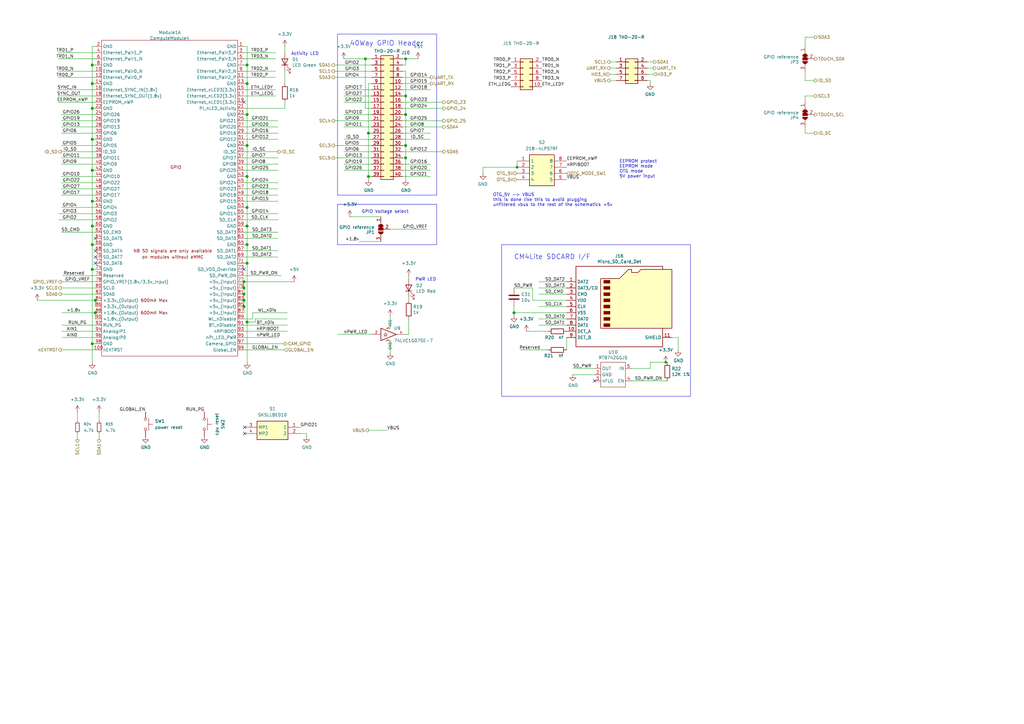
<source format=kicad_sch>
(kicad_sch (version 20250114) (generator "eeschema") (generator_version "9.0")
  (paper "A3")
  (title_block (title "Wall panel") (date "2026-01-09") (rev "1") (company "Grigorii Merkushev (aka brushknight)") (comment 1 "brushknight.com"))
  (text "PWR LED" (at 170.307 115.443 0) (effects (font (size 1.27 1.27)) (justify left bottom)))
  (text "EEPROM protect\nEEPROM mode\nOTG mode\n5V power input" (at 254 73.152 0) (effects (font (size 1.27 1.27)) (justify left bottom)))
  (text "40Way GPIO Header" (at 143.51 19.05 0) (effects (font (size 2.007 2.007)) (justify left bottom)))
  (text "CM4Lite SDCARD I/F" (at 210.82 106.68 0) (effects (font (size 2.007 2.007)) (justify left bottom)))
  (text "GPIO Voltage select\n" (at 167.64 87.63 0) (effects (font (size 1.27 1.27)) (justify right bottom)))
  (text "OTG_5V -> VBUS\nthis is done like this to avoid plugging\nunfiltered vbus to the rest of the schematics +5v" (at 202.184 84.836 0) (effects (font (size 1.27 1.27)) (justify left bottom)))
  (text "Activity LED" (at 119.38 22.86 0) (effects (font (size 1.27 1.27)) (justify left bottom)))
  (junction (at 37.846 92.71) (diameter 1.016))
  (junction (at 101.346 132.08) (diameter 1.016))
  (junction (at 166.37 39.37) (diameter 1.016))
  (junction (at 101.346 59.69) (diameter 1.016))
  (junction (at 151.13 54.61) (diameter 1.016))
  (junction (at 166.37 24.13) (diameter 1.016))
  (junction (at 101.346 46.99) (diameter 1.016))
  (junction (at 101.346 72.39) (diameter 1.016))
  (junction (at 101.346 26.67) (diameter 1.016))
  (junction (at 212.09 68.58))
  (junction (at 151.13 72.39) (diameter 1.016))
  (junction (at 100.076 125.73) (diameter 1.016))
  (junction (at 101.346 85.09) (diameter 1.016))
  (junction (at 166.37 64.77) (diameter 1.016))
  (junction (at 37.846 69.85) (diameter 1.016))
  (junction (at 37.846 26.67) (diameter 1.016))
  (junction (at 100.076 120.65) (diameter 1.016))
  (junction (at 37.846 100.33) (diameter 1.016))
  (junction (at 37.846 44.45) (diameter 1.016))
  (junction (at 39.116 123.19) (diameter 1.016))
  (junction (at 101.346 107.95) (diameter 1.016))
  (junction (at 101.346 34.29) (diameter 1.016))
  (junction (at 149.86 24.13) (diameter 1.016))
  (junction (at 166.37 46.99) (diameter 1.016))
  (junction (at 210.82 128.27) (diameter 1.016))
  (junction (at 101.346 92.71) (diameter 1.016))
  (junction (at 100.076 115.57) (diameter 1.016))
  (junction (at 100.076 123.19) (diameter 1.016))
  (junction (at 101.346 100.33) (diameter 1.016))
  (junction (at 37.846 82.55) (diameter 1.016))
  (junction (at 166.37 59.69) (diameter 1.016))
  (junction (at 39.116 128.27) (diameter 1.016))
  (junction (at 273.05 148.59))
  (junction (at 37.846 110.49) (diameter 1.016))
  (junction (at 37.846 34.29) (diameter 1.016))
  (junction (at 37.846 57.15) (diameter 1.016))
  (junction (at 37.846 140.97) (diameter 1.016))
  (junction (at 100.076 118.11) (diameter 1.016))
  (no_connect (at 100.33 177.8))
  (no_connect (at 243.84 156.21))
  (no_connect (at 100.076 110.49))
  (no_connect (at 39.116 97.79))
  (no_connect (at 100.076 41.91))
  (no_connect (at 100.33 175.26))
  (no_connect (at 39.116 107.95))
  (no_connect (at 39.116 105.41))
  (no_connect (at 39.116 102.87))
  (wire (pts (xy 273.05 148.59) (xy 266.7 148.59)))
  (wire (pts (xy 25.146 118.11) (xy 39.116 118.11)))
  (wire (pts (xy 23.876 36.83) (xy 39.116 36.83)))
  (wire (pts (xy 37.846 57.15) (xy 39.116 57.15)))
  (wire (pts (xy 166.37 64.77) (xy 166.37 73.66)))
  (wire (pts (xy 100.076 44.45) (xy 116.84 44.45)))
  (wire (pts (xy 140.97 39.37) (xy 152.4 39.37)))
  (wire (pts (xy 166.37 29.21) (xy 166.37 39.37)))
  (wire (pts (xy 101.346 132.08) (xy 101.346 148.59)))
  (wire (pts (xy 100.076 21.59) (xy 113.03 21.59)))
  (polyline (pts (xy 179.07 100.33) (xy 139.7 100.33)) (stroke (width 0) (type solid)))
  (wire (pts (xy 101.346 46.99) (xy 101.346 59.69)))
  (wire (pts (xy 37.846 44.45) (xy 37.846 57.15)))
  (wire (pts (xy 140.97 52.07) (xy 152.4 52.07)))
  (wire (pts (xy 100.076 85.09) (xy 101.346 85.09)))
  (wire (pts (xy 147.32 99.06) (xy 156.21 99.06)))
  (polyline (pts (xy 139.7 83.82) (xy 138.43 83.82)) (stroke (width 0) (type solid)))
  (wire (pts (xy 166.37 64.77) (xy 166.37 59.69)))
  (wire (pts (xy 265.43 30.48) (xy 267.97 30.48)))
  (wire (pts (xy 25.4 138.43) (xy 39.116 138.43)))
  (wire (pts (xy 137.16 49.53) (xy 152.4 49.53)))
  (wire (pts (xy 330.2 54.61) (xy 334.01 54.61)))
  (wire (pts (xy 100.076 80.01) (xy 114.046 80.01)))
  (wire (pts (xy 103.632 128.27) (xy 117.856 128.27)))
  (wire (pts (xy 100.076 34.29) (xy 101.346 34.29)))
  (wire (pts (xy 137.16 59.69) (xy 152.4 59.69)))
  (polyline (pts (xy 205.74 162.56) (xy 205.74 100.33)) (stroke (width 0) (type solid)))
  (wire (pts (xy 25.146 115.57) (xy 39.116 115.57)))
  (wire (pts (xy 100.076 52.07) (xy 114.046 52.07)))
  (wire (pts (xy 140.97 62.23) (xy 152.4 62.23)))
  (wire (pts (xy 265.43 33.02) (xy 266.7 33.02)))
  (wire (pts (xy 101.346 85.09) (xy 101.346 92.71)))
  (wire (pts (xy 166.37 46.99) (xy 165.1 46.99)))
  (wire (pts (xy 37.846 19.05) (xy 37.846 26.67)))
  (wire (pts (xy 100.076 36.83) (xy 113.03 36.83)))
  (wire (pts (xy 252.73 27.94) (xy 250.19 27.94)))
  (wire (pts (xy 25.146 59.69) (xy 39.116 59.69)))
  (wire (pts (xy 250.19 25.4) (xy 252.73 25.4)))
  (wire (pts (xy 166.37 39.37) (xy 165.1 39.37)))
  (wire (pts (xy 100.076 87.63) (xy 114.046 87.63)))
  (wire (pts (xy 100.076 133.35) (xy 117.856 133.35)))
  (wire (pts (xy 37.846 69.85) (xy 39.116 69.85)))
  (wire (pts (xy 100.076 19.05) (xy 101.346 19.05)))
  (wire (pts (xy 25.4 133.35) (xy 39.116 133.35)))
  (wire (pts (xy 100.076 67.31) (xy 114.046 67.31)))
  (wire (pts (xy 100.076 107.95) (xy 101.346 107.95)))
  (wire (pts (xy 23.876 39.37) (xy 39.116 39.37)))
  (wire (pts (xy 137.16 64.77) (xy 152.4 64.77)))
  (wire (pts (xy 100.076 140.97) (xy 116.586 140.97)))
  (polyline (pts (xy 179.07 13.97) (xy 138.43 13.97)) (stroke (width 0) (type solid)))
  (wire (pts (xy 100.076 46.99) (xy 101.346 46.99)))
  (wire (pts (xy 100.076 138.43) (xy 114.046 138.43)))
  (wire (pts (xy 101.346 132.08) (xy 104.7242 132.08)))
  (wire (pts (xy 100.076 26.67) (xy 101.346 26.67)))
  (wire (pts (xy 165.1 24.13) (xy 166.37 24.13)))
  (wire (pts (xy 266.7 148.59) (xy 266.7 151.13)))
  (wire (pts (xy 100.076 24.13) (xy 113.03 24.13)))
  (wire (pts (xy 39.116 19.05) (xy 37.846 19.05)))
  (wire (pts (xy 25.4 128.27) (xy 39.116 128.27)))
  (wire (pts (xy 100.076 120.65) (xy 100.076 123.19)))
  (wire (pts (xy 243.84 151.13) (xy 234.95 151.13)))
  (wire (pts (xy 100.076 82.55) (xy 114.046 82.55)))
  (wire (pts (xy 39.116 128.27) (xy 39.37 128.27)))
  (wire (pts (xy 39.116 140.97) (xy 37.846 140.97)))
  (wire (pts (xy 218.44 123.19) (xy 218.44 118.11)))
  (wire (pts (xy 25.146 46.99) (xy 39.116 46.99)))
  (wire (pts (xy 25.146 120.65) (xy 39.116 120.65)))
  (wire (pts (xy 165.1 36.83) (xy 176.53 36.83)))
  (wire (pts (xy 232.41 138.43) (xy 232.41 143.51)))
  (wire (pts (xy 100.076 115.57) (xy 120.65 115.57)))
  (wire (pts (xy 101.346 92.71) (xy 101.346 100.33)))
  (wire (pts (xy 37.846 82.55) (xy 39.116 82.55)))
  (wire (pts (xy 330.2 29.21) (xy 330.2 33.02)))
  (wire (pts (xy 165.1 29.21) (xy 166.37 29.21)))
  (wire (pts (xy 100.076 62.23) (xy 114.046 62.23)))
  (wire (pts (xy 101.346 72.39) (xy 101.346 85.09)))
  (wire (pts (xy 25.146 54.61) (xy 39.116 54.61)))
  (wire (pts (xy 100.076 69.85) (xy 114.046 69.85)))
  (wire (pts (xy 151.13 34.29) (xy 151.13 54.61)))
  (polyline (pts (xy 179.07 13.97) (xy 179.07 80.01)) (stroke (width 0) (type solid)))
  (wire (pts (xy 167.64 114.3) (xy 167.64 113.03)))
  (wire (pts (xy 37.846 92.71) (xy 39.116 92.71)))
  (wire (pts (xy 151.13 54.61) (xy 152.4 54.61)))
  (wire (pts (xy 100.076 77.47) (xy 114.046 77.47)))
  (polyline (pts (xy 138.43 100.33) (xy 138.43 83.82)) (stroke (width 0) (type solid)))
  (wire (pts (xy 37.846 110.49) (xy 37.846 140.97)))
  (wire (pts (xy 265.43 27.94) (xy 267.97 27.94)))
  (wire (pts (xy 149.86 24.13) (xy 149.86 44.45)))
  (polyline (pts (xy 179.07 83.82) (xy 179.07 100.33)) (stroke (width 0) (type solid)))
  (wire (pts (xy 165.1 31.75) (xy 176.53 31.75)))
  (wire (pts (xy 100.076 125.73) (xy 100.076 128.27)))
  (wire (pts (xy 140.97 67.31) (xy 152.4 67.31)))
  (wire (pts (xy 25.146 62.23) (xy 39.116 62.23)))
  (wire (pts (xy 165.1 67.31) (xy 176.53 67.31)))
  (wire (pts (xy 330.2 33.02) (xy 334.01 33.02)))
  (wire (pts (xy 114.046 90.17) (xy 100.076 90.17)))
  (wire (pts (xy 165.1 69.85) (xy 176.53 69.85)))
  (wire (pts (xy 100.076 59.69) (xy 101.346 59.69)))
  (wire (pts (xy 25.146 52.07) (xy 39.116 52.07)))
  (wire (pts (xy 100.076 118.11) (xy 100.076 120.65)))
  (wire (pts (xy 25.146 95.25) (xy 39.116 95.25)))
  (wire (pts (xy 165.1 54.61) (xy 176.53 54.61)))
  (wire (pts (xy 25.4 135.89) (xy 39.116 135.89)))
  (wire (pts (xy 160.02 139.7) (xy 160.02 144.78)))
  (wire (pts (xy 167.64 130.81) (xy 167.64 137.16)))
  (wire (pts (xy 160.02 93.98) (xy 175.26 93.98)))
  (wire (pts (xy 259.08 156.21) (xy 273.685 156.21)))
  (wire (pts (xy 100.076 29.21) (xy 113.03 29.21)))
  (wire (pts (xy 232.41 133.35) (xy 220.98 133.35)))
  (wire (pts (xy 215.9 135.89) (xy 224.79 135.89)))
  (wire (pts (xy 100.076 123.19) (xy 100.076 125.73)))
  (wire (pts (xy 137.16 26.67) (xy 152.4 26.67)))
  (wire (pts (xy 23.876 41.91) (xy 39.116 41.91)))
  (wire (pts (xy 125.73 177.8) (xy 125.73 179.07)))
  (wire (pts (xy 330.2 39.37) (xy 334.01 39.37)))
  (wire (pts (xy 23.876 21.59) (xy 39.116 21.59)))
  (wire (pts (xy 140.97 36.83) (xy 152.4 36.83)))
  (wire (pts (xy 165.1 49.53) (xy 181.61 49.53)))
  (wire (pts (xy 100.076 31.75) (xy 113.03 31.75)))
  (wire (pts (xy 167.64 121.92) (xy 167.64 123.19)))
  (wire (pts (xy 165.1 57.15) (xy 176.53 57.15)))
  (wire (pts (xy 151.13 54.61) (xy 151.13 72.39)))
  (wire (pts (xy 25.146 85.09) (xy 39.116 85.09)))
  (wire (pts (xy 25.146 49.53) (xy 39.116 49.53)))
  (wire (pts (xy 243.84 153.67) (xy 234.95 153.67)))
  (wire (pts (xy 220.98 115.57) (xy 232.41 115.57)))
  (wire (pts (xy 100.076 39.37) (xy 113.03 39.37)))
  (wire (pts (xy 143.51 88.9) (xy 156.21 88.9)))
  (wire (pts (xy 37.846 100.33) (xy 39.116 100.33)))
  (wire (pts (xy 167.64 137.16) (xy 166.37 137.16)))
  (polyline (pts (xy 283.21 100.33) (xy 283.21 162.56)) (stroke (width 0) (type solid)))
  (wire (pts (xy 330.2 19.05) (xy 330.2 15.24)))
  (wire (pts (xy 166.37 39.37) (xy 166.37 46.99)))
  (wire (pts (xy 25.146 143.51) (xy 39.116 143.51)))
  (wire (pts (xy 330.2 15.24) (xy 334.01 15.24)))
  (wire (pts (xy 165.1 34.29) (xy 176.53 34.29)))
  (wire (pts (xy 100.076 113.03) (xy 115.316 113.03)))
  (wire (pts (xy 278.13 138.43) (xy 278.13 143.51)))
  (wire (pts (xy 140.97 69.85) (xy 152.4 69.85)))
  (wire (pts (xy 165.1 52.07) (xy 181.61 52.07)))
  (wire (pts (xy 100.076 64.77) (xy 114.046 64.77)))
  (wire (pts (xy 100.076 49.53) (xy 114.046 49.53)))
  (wire (pts (xy 140.97 57.15) (xy 152.4 57.15)))
  (wire (pts (xy 213.36 143.51) (xy 224.79 143.51)))
  (wire (pts (xy 101.346 26.67) (xy 101.346 34.29)))
  (wire (pts (xy 116.84 19.05) (xy 116.84 21.59)))
  (wire (pts (xy 25.146 67.31) (xy 39.116 67.31)))
  (wire (pts (xy 39.116 125.73) (xy 39.116 123.19)))
  (wire (pts (xy 198.12 68.58) (xy 212.09 68.58)))
  (wire (pts (xy 160.02 134.62) (xy 160.02 129.54)))
  (polyline (pts (xy 139.7 83.82) (xy 179.07 83.82)) (stroke (width 0) (type solid)))
  (wire (pts (xy 31.75 168.91) (xy 31.75 172.72)))
  (wire (pts (xy 116.84 29.21) (xy 116.84 34.29)))
  (wire (pts (xy 25.146 64.77) (xy 39.116 64.77)))
  (wire (pts (xy 25.146 80.01) (xy 39.116 80.01)))
  (wire (pts (xy 266.7 33.02) (xy 266.7 34.29)))
  (wire (pts (xy 330.2 52.07) (xy 330.2 54.61)))
  (wire (pts (xy 100.076 74.93) (xy 114.046 74.93)))
  (wire (pts (xy 273.685 148.59) (xy 273.05 148.59)))
  (wire (pts (xy 39.116 130.81) (xy 39.116 128.27)))
  (wire (pts (xy 101.346 59.69) (xy 101.346 72.39)))
  (wire (pts (xy 166.37 59.69) (xy 166.37 46.99)))
  (polyline (pts (xy 283.21 162.56) (xy 205.74 162.56)) (stroke (width 0) (type solid)))
  (wire (pts (xy 40.64 168.91) (xy 40.64 172.72)))
  (wire (pts (xy 210.82 125.73) (xy 210.82 128.27)))
  (wire (pts (xy 100.076 100.33) (xy 101.346 100.33)))
  (wire (pts (xy 100.076 143.51) (xy 116.586 143.51)))
  (wire (pts (xy 37.846 110.49) (xy 39.116 110.49)))
  (wire (pts (xy 220.98 130.81) (xy 232.41 130.81)))
  (wire (pts (xy 210.82 118.11) (xy 218.44 118.11)))
  (wire (pts (xy 166.37 24.13) (xy 171.45 24.13)))
  (wire (pts (xy 151.13 72.39) (xy 152.4 72.39)))
  (wire (pts (xy 37.846 44.45) (xy 39.116 44.45)))
  (wire (pts (xy 100.076 115.57) (xy 100.076 118.11)))
  (wire (pts (xy 166.37 26.67) (xy 166.37 24.13)))
  (wire (pts (xy 104.7242 132.08) (xy 104.7242 130.81)))
  (wire (pts (xy 39.116 34.29) (xy 37.846 34.29)))
  (wire (pts (xy 101.346 34.29) (xy 101.346 46.99)))
  (wire (pts (xy 149.86 44.45) (xy 152.4 44.45)))
  (wire (pts (xy 23.876 29.21) (xy 39.116 29.21)))
  (wire (pts (xy 137.16 29.21) (xy 152.4 29.21)))
  (wire (pts (xy 100.076 130.81) (xy 103.632 130.81)))
  (wire (pts (xy 37.846 34.29) (xy 37.846 44.45)))
  (wire (pts (xy 232.41 123.19) (xy 218.44 123.19)))
  (polyline (pts (xy 138.43 100.33) (xy 139.7 100.33)) (stroke (width 0) (type solid)))
  (wire (pts (xy 25.146 74.93) (xy 39.116 74.93)))
  (wire (pts (xy 114.046 102.87) (xy 100.076 102.87)))
  (wire (pts (xy 152.4 34.29) (xy 151.13 34.29)))
  (wire (pts (xy 259.08 151.13) (xy 266.7 151.13)))
  (wire (pts (xy 25.146 77.47) (xy 39.116 77.47)))
  (wire (pts (xy 100.076 57.15) (xy 114.046 57.15)))
  (wire (pts (xy 24.13 90.17) (xy 39.116 90.17)))
  (wire (pts (xy 250.19 33.02) (xy 252.73 33.02)))
  (wire (pts (xy 100.076 92.71) (xy 101.346 92.71)))
  (wire (pts (xy 39.116 26.67) (xy 37.846 26.67)))
  (wire (pts (xy 24.13 87.63) (xy 39.116 87.63)))
  (wire (pts (xy 37.846 82.55) (xy 37.846 92.71)))
  (wire (pts (xy 25.6032 113.03) (xy 39.116 113.03)))
  (wire (pts (xy 151.13 176.53) (xy 158.75 176.53)))
  (wire (pts (xy 165.1 64.77) (xy 166.37 64.77)))
  (polyline (pts (xy 205.74 100.33) (xy 283.21 100.33)) (stroke (width 0) (type solid)))
  (wire (pts (xy 37.846 92.71) (xy 37.846 100.33)))
  (polyline (pts (xy 138.43 80.01) (xy 179.07 80.01)) (stroke (width 0) (type solid)))
  (wire (pts (xy 37.846 100.33) (xy 37.846 110.49)))
  (wire (pts (xy 101.346 19.05) (xy 101.346 26.67)))
  (wire (pts (xy 37.846 140.97) (xy 37.846 148.59)))
  (wire (pts (xy 140.97 46.99) (xy 152.4 46.99)))
  (wire (pts (xy 140.97 41.91) (xy 152.4 41.91)))
  (wire (pts (xy 232.41 118.11) (xy 220.98 118.11)))
  (wire (pts (xy 140.97 24.13) (xy 149.86 24.13)))
  (wire (pts (xy 138.43 137.16) (xy 152.4 137.16)))
  (wire (pts (xy 232.41 125.73) (xy 220.98 125.73)))
  (wire (pts (xy 103.632 130.81) (xy 103.632 128.27)))
  (wire (pts (xy 165.1 62.23) (xy 181.61 62.23)))
  (wire (pts (xy 123.19 177.8) (xy 125.73 177.8)))
  (wire (pts (xy 37.846 57.15) (xy 37.846 69.85)))
  (wire (pts (xy 198.12 71.12) (xy 198.12 68.58)))
  (wire (pts (xy 275.59 138.43) (xy 278.13 138.43)))
  (wire (pts (xy 165.1 59.69) (xy 166.37 59.69)))
  (wire (pts (xy 100.076 97.79) (xy 114.046 97.79)))
  (wire (pts (xy 101.346 100.33) (xy 101.346 107.95)))
  (wire (pts (xy 40.64 177.8) (xy 40.64 180.34)))
  (wire (pts (xy 100.076 105.41) (xy 114.046 105.41)))
  (wire (pts (xy 330.2 41.91) (xy 330.2 39.37)))
  (wire (pts (xy 212.09 66.04) (xy 212.09 68.58)))
  (wire (pts (xy 165.1 41.91) (xy 181.61 41.91)))
  (wire (pts (xy 210.82 128.27) (xy 210.82 129.54)))
  (wire (pts (xy 23.876 24.13) (xy 39.116 24.13)))
  (wire (pts (xy 114.046 95.25) (xy 100.076 95.25)))
  (wire (pts (xy 165.1 26.67) (xy 166.37 26.67)))
  (wire (pts (xy 31.75 177.8) (xy 31.75 180.34)))
  (wire (pts (xy 15.24 123.19) (xy 39.116 123.19)))
  (wire (pts (xy 100.076 135.89) (xy 117.856 135.89)))
  (wire (pts (xy 151.13 72.39) (xy 151.13 73.66)))
  (wire (pts (xy 100.076 54.61) (xy 114.046 54.61)))
  (wire (pts (xy 220.98 120.65) (xy 232.41 120.65)))
  (wire (pts (xy 25.146 72.39) (xy 39.116 72.39)))
  (wire (pts (xy 210.82 128.27) (xy 232.41 128.27)))
  (wire (pts (xy 116.84 44.45) (xy 116.84 41.91)))
  (wire (pts (xy 137.16 31.75) (xy 152.4 31.75)))
  (wire (pts (xy 165.1 44.45) (xy 181.61 44.45)))
  (polyline (pts (xy 138.43 13.97) (xy 138.43 80.01)) (stroke (width 0) (type solid)))
  (wire (pts (xy 101.346 107.95) (xy 101.346 132.08)))
  (wire (pts (xy 250.19 30.48) (xy 252.73 30.48)))
  (wire (pts (xy 104.7242 130.81) (xy 117.856 130.81)))
  (wire (pts (xy 23.876 31.75) (xy 39.116 31.75)))
  (wire (pts (xy 152.4 24.13) (xy 149.86 24.13)))
  (wire (pts (xy 37.846 69.85) (xy 37.846 82.55)))
  (wire (pts (xy 100.076 72.39) (xy 101.346 72.39)))
  (wire (pts (xy 165.1 72.39) (xy 176.53 72.39)))
  (wire (pts (xy 265.43 25.4) (xy 267.97 25.4)))
  (wire (pts (xy 37.846 26.67) (xy 37.846 34.29)))
  (label "GPIO12" (at 110.236 57.15 180))
  (label "GPIO15" (at 175.26 34.29 180))
  (label "ID_SD" (at 147.32 57.15 180))
  (label "ETH_LEDG" (at 209.55 35.56 180))
  (label "GPIO23" (at 110.236 77.47 180))
  (label "SD_PWR_ON" (at 102.616 113.03 0))
  (label "ID_SC" (at 108.966 62.23 180))
  (label "GPIO14" (at 110.236 87.63 180))
  (label "TRD1_P" (at 30.226 21.59 180))
  (label "Reserved" (at 34.671 113.03 180))
  (label "SD_DAT3" (at 223.52 118.11 0))
  (label "SD_DAT3" (at 111.506 95.25 180))
  (label "GPIO12" (at 175.26 62.23 180))
  (label "SD_DAT0" (at 223.52 130.81 0))
  (label "SD_PWR" (at 234.95 151.13 0))
  (label "GPIO11" (at 148.59 52.07 180))
  (label "GPIO18" (at 175.26 36.83 180))
  (label "nPWR_LED" (at 105.156 138.43 0))
  (label "GPIO3" (at 147.32 29.21 180))
  (label "SD_PWR" (at 210.82 118.11 0))
  (label "GPIO21" (at 123.19 175.26 0))
  (label "SD_DAT0" (at 111.506 97.79 180))
  (label "GPIO14" (at 175.26 31.75 180))
  (label "GPIO7" (at 173.99 54.61 180))
  (label "GPIO20" (at 110.236 52.07 180))
  (label "SD_DAT1" (at 223.52 133.35 0))
  (label "nRPIBOOT" (at 232.41 68.58 0))
  (label "GPIO26" (at 148.59 69.85 180))
  (label "BT_nDis" (at 112.6236 133.35 180))
  (label "TRD2_P" (at 209.55 30.48 180))
  (label "SD_DAT2" (at 111.506 105.41 180))
  (label "EEPROM_nWP" (at 36.068 41.91 180))
  (label "GPIO8" (at 108.966 67.31 180))
  (label "GPIO26" (at 32.766 46.99 180))
  (label "GPIO5" (at 147.32 59.69 180))
  (label "SYNC_IN" (at 31.496 36.83 180))
  (label "GPIO2" (at 147.32 26.67 180))
  (label "SD_PWR_ON" (at 260.35 156.21 0))
  (label "GPIO18" (at 110.236 80.01 180))
  (label "GPIO15" (at 110.236 82.55 180))
  (label "TRD2_P" (at 102.87 31.75 0))
  (label "EEPROM_nWP" (at 232.41 66.04 0))
  (label "GPIO25" (at 110.236 69.85 180))
  (label "nRPIBOOT" (at 114.5032 135.89 180))
  (label "GPIO_VREF" (at 26.67 115.57 0))
  (label "GPIO6" (at 147.32 62.23 180))
  (label "GPIO13" (at 148.59 64.77 180))
  (label "TRD1_N" (at 222.25 27.94 0))
  (label "GPIO6" (at 31.496 54.61 180))
  (label "TRD3_N" (at 102.87 24.13 0))
  (label "GPIO17" (at 148.59 36.83 180))
  (label "GPIO9" (at 147.32 49.53 180))
  (label "GPIO25" (at 175.26 49.53 180))
  (label "TRD0_P" (at 209.55 25.4 180))
  (label "GPIO21" (at 175.26 72.39 180))
  (label "GPIO13" (at 32.766 52.07 180))
  (label "GPIO_VREF" (at 165.1 93.98 0))
  (label "GPIO19" (at 148.59 67.31 180))
  (label "GPIO16" (at 110.236 54.61 180))
  (label "AIN1" (at 31.75 135.89 180))
  (label "TRD0_N" (at 30.226 29.21 180))
  (label "SD_CMD" (at 32.766 95.25 180))
  (label "RUN_PG" (at 83.82 168.91 180))
  (label "TRD3_N" (at 222.25 33.02 0))
  (label "GPIO22" (at 32.766 74.93 180))
  (label "SD_CLK" (at 223.52 125.73 0))
  (label "GPIO19" (at 32.766 49.53 180))
  (label "GPIO4" (at 31.496 85.09 180))
  (label "nPWR_LED" (at 140.97 137.16 0))
  (label "GPIO5" (at 31.496 59.69 180))
  (label "VBUS" (at 158.75 176.53 0))
  (label "GPIO10" (at 148.59 46.99 180))
  (label "SYNC_OUT" (at 33.02 39.37 180))
  (label "TRD2_N" (at 222.25 30.48 0))
  (label "GLOBAL_EN" (at 114.046 143.51 180))
  (label "GPIO27" (at 32.766 77.47 180))
  (label "GPIO27" (at 148.59 39.37 180))
  (label "GPIO11" (at 32.766 64.77 180))
  (label "+1.8v" (at 33.02 128.27 180))
  (label "RUN_PG" (at 35.56 133.35 180))
  (label "GLOBAL_EN" (at 59.69 168.91 180))
  (label "TRD3_P" (at 102.87 21.59 0))
  (label "GPIO20" (at 175.26 69.85 180))
  (label "GPIO7" (at 108.966 64.77 180))
  (label "SD_DAT1" (at 111.506 102.87 180))
  (label "ID_SC" (at 173.99 57.15 180))
  (label "TRD1_N" (at 30.226 24.13 180))
  (label "GPIO22" (at 148.59 41.91 180))
  (label "ETH_LEDG" (at 102.87 39.37 0))
  (label "GPIO8" (at 173.99 52.07 180))
  (label "ETH_LEDY" (at 102.87 36.83 0))
  (label "TRD3_P" (at 209.55 33.02 180))
  (label "TRD0_N" (at 222.25 25.4 0))
  (label "GPIO3" (at 31.496 87.63 180))
  (label "GPIO17" (at 32.766 80.01 180))
  (label "GPIO2" (at 31.496 90.17 180))
  (label "WL_nDis" (at 113.411 128.27 180))
  (label "ID_SD" (at 31.496 62.23 180))
  (label "TRD2_N" (at 102.87 29.21 0))
  (label "GPIO9" (at 31.496 67.31 180))
  (label "GPIO23" (at 175.26 41.91 180))
  (label "SD_CLK" (at 110.236 90.17 180))
  (label "GPIO24" (at 110.236 74.93 180))
  (label "+1.8v" (at 147.32 99.06 180))
  (label "SD_CMD" (at 223.52 120.65 0))
  (label "GPIO4" (at 147.32 31.75 180))
  (label "GPIO16" (at 175.26 67.31 180))
  (label "GPIO10" (at 32.766 72.39 180))
  (label "VBUS" (at 232.41 73.66 0))
  (label "GPIO21" (at 110.236 49.53 180))
  (label "TRD0_P" (at 30.226 31.75 180))
  (label "TRD1_P" (at 209.55 27.94 180))
  (label "GPIO24" (at 175.26 44.45 180))
  (label "AIN0" (at 31.75 138.43 180))
  (label "SD_DAT2" (at 223.52 115.57 0))
  (label "Reserved" (at 221.615 143.51 180))
  (label "ETH_LEDY" (at 222.25 35.56 0))
  (hierarchical_label "GLOBAL_EN" (shape input) (at 116.586 143.51 0))
  (hierarchical_label "UART_TX" (shape output) (at 267.97 27.94 0))
  (hierarchical_label "ID_SC" (shape output) (at 114.046 62.23 0))
  (hierarchical_label "SCL3" (shape output) (at 334.01 39.37 0))
  (hierarchical_label "HD3_N" (shape input) (at 250.19 30.48 180))
  (hierarchical_label "GPIO_23" (shape output) (at 181.61 41.91 0))
  (hierarchical_label "OTG_5V" (shape input) (at 212.09 71.12 180))
  (hierarchical_label "SCL4" (shape output) (at 137.16 49.53 180))
  (hierarchical_label "VBUS" (shape output) (at 250.19 33.02 180))
  (hierarchical_label "SDA3" (shape output) (at 334.01 15.24 0))
  (hierarchical_label "VBUS" (shape output) (at 151.13 176.53 180))
  (hierarchical_label "SDA1" (shape output) (at 137.16 26.67 180))
  (hierarchical_label "TOUCH_SDA" (shape output) (at 334.01 24.13 0))
  (hierarchical_label "SCL1" (shape output) (at 250.19 25.4 180))
  (hierarchical_label "SCL3" (shape output) (at 137.16 59.69 180))
  (hierarchical_label "SDA4" (shape output) (at 181.61 52.07 0))
  (hierarchical_label "HD3_P" (shape input) (at 267.97 30.48 0))
  (hierarchical_label "TOUCH_SCL" (shape output) (at 334.01 46.99 0))
  (hierarchical_label "ID_SD" (shape output) (at 334.01 33.02 0))
  (hierarchical_label "SDA5" (shape output) (at 181.61 62.23 0))
  (hierarchical_label "SCL5" (shape output) (at 137.16 64.77 180))
  (hierarchical_label "GPIO_25" (shape output) (at 181.61 49.53 0))
  (hierarchical_label "SCL1" (shape output) (at 31.75 180.34 270))
  (hierarchical_label "GPIO_24" (shape output) (at 181.61 44.45 0))
  (hierarchical_label "UART_RX" (shape output) (at 250.19 27.94 180))
  (hierarchical_label "SDA3" (shape output) (at 137.16 31.75 180))
  (hierarchical_label "SDA1" (shape output) (at 267.97 25.4 0))
  (hierarchical_label "OTG_MODE_SW1" (shape input) (at 232.41 71.12 0))
  (hierarchical_label "SCL0" (shape output) (at 25.146 118.11 180))
  (hierarchical_label "OTG_5V" (shape input) (at 212.09 73.66 180))
  (hierarchical_label "ID_SD" (shape output) (at 25.146 62.23 180))
  (hierarchical_label "SCL1" (shape output) (at 137.16 29.21 180))
  (hierarchical_label "GPIO_VREF" (shape output) (at 25.146 115.57 180))
  (hierarchical_label "SDA0" (shape output) (at 25.146 120.65 180))
  (hierarchical_label "UART_RX" (shape output) (at 176.53 34.29 0))
  (hierarchical_label "SDA1" (shape output) (at 40.64 180.34 270))
  (hierarchical_label "UART_TX" (shape output) (at 176.53 31.75 0))
  (hierarchical_label "CAM_GPIO" (shape output) (at 116.586 140.97 0))
  (hierarchical_label "nEXTRST" (shape output) (at 25.146 143.51 180))
  (hierarchical_label "ID_SC" (shape output) (at 334.01 54.61 0))
  (symbol (lib_id "CM4IO:74LVC1G07_copy") (at 160.02 137.16 0) (unit 1)
    (property "Reference" "U9" (at 161.544 134.62 0) (effects (justify left)))
    (property "Value" "74LVC1G07SE-7" (at 161.544 139.7 0) (effects (justify left)))
    (property "Footprint" "Package_TO_SOT_SMD:SOT-353_SC-70-5" (effects (hide yes)))
    (property "Datasheet" "https://www.diodes.com/assets/Datasheets/74LVC1G07.pdf" (effects (hide yes)))
    (property "Field4" "Farnell" (effects (hide yes)))
    (property "Field5" "2425492" (effects (hide yes)))
    (property "Field6" "74LVC1G07SE-7" (effects (hide yes)))
    (property "Field7" "Diodes" (effects (hide yes)))
    (property "Part Description" "Buffer, Non-Inverting 1 Element 1 Bit per Element Open Drain Output SOT-353" (effects (hide yes)))
    (property "LCSC" "C67531" (effects (hide yes)))
    (property "FT Rotation Offset" "90" (effects (hide yes)))
  )
  (symbol (lib_id "CM4IO:RT9742GGJ5") (at 252.73 161.29 0) (unit 1)
    (property "Reference" "U10" (at 251.46 144.399 0))
    (property "Value" "RT9742GGJ5" (at 251.46 146.7104 0))
    (property "Footprint" "Package_TO_SOT_SMD:SOT-23-5" (effects (hide yes)))
    (property "Datasheet" "https://jlcpcb.com/api/file/downloadByFileSystemAccessId/8588885201744879616" (effects (hide yes)))
    (property "Part Description" "  TSOP-5-1.5mm Power Distribution Switches ROHS" (effects (hide yes)))
    (property "LCSC" "C250547" (effects (hide yes)))
    (property "FT Rotation Offset" "0" (effects (hide yes)))
  )
  (symbol (lib_id "power:GND") (at 234.95 153.67 0) (unit 1)
    (property "Reference" "#PWR053" (effects (hide yes)))
    (property "Value" "GND" (at 235.077 158.0642 0))
  )
  (symbol (lib_id "CM4IO:ComputeModule4-CM4") (at 72.136 74.93 0) (unit 1)
    (property "Reference" "Module1" (at 69.596 13.335 0))
    (property "Value" "ComputeModule4" (at 69.596 15.6464 0))
    (property "Footprint" "CM4IO:Raspberry-Pi-4-Compute-Module" (effects (hide yes)))
    (property "Field4" "Hirose" (effects (hide yes)))
    (property "Field5" "2off DF40C-100DS-0.4V" (effects (hide yes)))
    (property "Field6" "2off DF40C-100DS-0.4V" (effects (hide yes)))
    (property "Field7" "Hirose" (effects (hide yes)))
    (property "Part Description" "	100 Position Connector Receptacle, Center Strip Contacts Surface Mount Gold" (effects (hide yes)))
    (property "LCSC" "C424649" (effects (hide yes)))
    (property "FT Rotation Offset" "90" (effects (hide yes)))
    (property "FT Position Offset" "-0.4445,21.5" (effects (hide yes)))
  )
  (symbol (lib_id "Connector_Generic:Conn_02x20_Odd_Even") (at 157.48 46.99 0) (unit 1)
    (property "Reference" "J10" (at 166.37 21.59 0))
    (property "Value" "THD-20-R" (at 158.75 20.9296 0))
    (property "Footprint" "PM254-2-20-WS-8.5:PM254-2-20-WS-8.5" (effects (hide yes)))
    (property "Datasheet" "https://www.toby.co.uk/uploads/publications/1673.pdf" (effects (hide yes)))
    (property "Field4" "Toby" (effects (hide yes)))
    (property "Field5" "THD-20-R" (effects (hide yes)))
    (property "Field6" "THD-20-R" (effects (hide yes)))
    (property "Field7" "Toby" (effects (hide yes)))
    (property "Field8" "UCON00511" (effects (hide yes)))
    (property "Part Description" "PinHeader_2x20_P2.54mm_Vertical" (effects (hide yes)))
    (property "FT Rotation Offset" "180" (effects (hide yes)))
    (property "LCSC" "C5345531" (effects (hide yes)))
  )
  (symbol (lib_id "Device:C") (at 210.82 121.92 0) (unit 1)
    (property "Reference" "C31" (at 213.741 120.7516 0) (effects (justify left)))
    (property "Value" "10u" (at 213.741 123.063 0) (effects (justify left)))
    (property "Footprint" "Capacitor_SMD:C_0805_2012Metric" (effects (hide yes)))
    (property "Datasheet" "https://search.murata.co.jp/Ceramy/image/img/A01X/G101/ENG/GRM21BR71A106KA73-01.pdf" (effects (hide yes)))
    (property "Field5" "490-14381-1-ND" (effects (hide yes)))
    (property "Field4" "Digikey" (effects (hide yes)))
    (property "Field6" "GRM21BR71A106KA73L" (effects (hide yes)))
    (property "Field7" "Murata" (effects (hide yes)))
    (property "Part Description" "	10uF 10% 10V Ceramic Capacitor X7R 0805 (2012 Metric)" (effects (hide yes)))
    (property "Field8" "111893011" (effects (hide yes)))
    (property "LCSC" "C15850" (effects (hide yes)))
  )
  (symbol (lib_id "power:GND") (at 166.37 73.66 0) (unit 1)
    (property "Reference" "#PWR050" (effects (hide yes)))
    (property "Value" "GND" (at 166.497 78.0542 0))
  )
  (symbol (lib_id "power:GND") (at 151.13 73.66 0) (unit 1)
    (property "Reference" "#PWR048" (effects (hide yes)))
    (property "Value" "GND" (at 151.257 78.0542 0))
  )
  (symbol (lib_id "power:GND") (at 37.846 148.59 0) (unit 1)
    (property "Reference" "#PWR046" (effects (hide yes)))
    (property "Value" "GND" (at 37.973 152.9842 0))
  )
  (symbol (lib_id "power:GND") (at 101.346 148.59 0) (unit 1)
    (property "Reference" "#PWR047" (effects (hide yes)))
    (property "Value" "GND" (at 101.473 152.9842 0))
  )
  (symbol (lib_id "Device:LED") (at 116.84 25.4 90) (unit 1)
    (property "Reference" "D1" (at 119.8118 24.4094 90) (effects (justify right)))
    (property "Value" "LED Green" (at 119.8118 26.7208 90) (effects (justify right)))
    (property "Footprint" "LED_SMD:LED_0603_1608Metric" (effects (hide yes)))
    (property "Datasheet" "http://optoelectronics.liteon.com/upload/download/DS22-2000-226/LTST-S270KGKT.pdf" (effects (hide yes)))
    (property "Field4" "Digikey " (effects (hide yes)))
    (property "Field5" "LTST-S270KGKT" (effects (hide yes)))
    (property "Field6" "SML-A12M8TT86N" (effects (hide yes)))
    (property "Field7" "Rohm" (effects (hide yes)))
    (property "Field8" "650263301" (effects (hide yes)))
    (property "Part Description" "	Green 572nm LED Indication - Discrete 2.2V 2-SMD, No Lead" (effects (hide yes)))
    (property "LCSC" "C19171301" (effects (hide yes)))
    (property "FT Rotation Offset" "180" (effects (hide yes)))
  )
  (symbol (lib_id "Device:R") (at 116.84 38.1 0) (unit 1)
    (property "Reference" "R16" (at 118.618 36.9316 0) (effects (justify left)))
    (property "Value" "1k" (at 118.618 39.243 0) (effects (justify left)))
    (property "Footprint" "Resistor_SMD:R_0402_1005Metric" (effects (hide yes)))
    (property "Datasheet" "https://fscdn.rohm.com/en/products/databook/datasheet/passive/resistor/chip_resistor/mcr-e.pdf" (effects (hide yes)))
    (property "Field4" "Farnell" (effects (hide yes)))
    (property "Field5" "9239235" (effects (hide yes)))
    (property "Field7" "KOA EUROPE GMBH" (effects (hide yes)))
    (property "Field6" "RK73H1ETTP1001F" (effects (hide yes)))
    (property "Part Description" "Resistor 1K M1005 1% 63mW" (effects (hide yes)))
    (property "Field8" "125049511" (effects (hide yes)))
    (property "LCSC" "C106235" (effects (hide yes)))
  )
  (symbol (lib_id "power:GND") (at 160.02 144.78 0) (unit 1)
    (property "Reference" "#PWR051" (effects (hide yes)))
    (property "Value" "GND" (at 160.147 149.1742 0))
  )
  (symbol (lib_id "Device:LED") (at 167.64 118.11 90) (unit 1)
    (property "Reference" "D2" (at 170.6118 117.1194 90) (effects (justify right)))
    (property "Value" "LED Red" (at 170.6118 119.4308 90) (effects (justify right)))
    (property "Footprint" "LED_SMD:LED_0603_1608Metric" (effects (hide yes)))
    (property "Datasheet" "http://optoelectronics.liteon.com/upload/download/DS22-2000-210/LTST-S270KRKT.pdf" (effects (hide yes)))
    (property "Field4" "Digikey " (effects (hide yes)))
    (property "Field5" "	LTST-S270KRKT" (effects (hide yes)))
    (property "Field6" "SML-A12U8TT86Q" (effects (hide yes)))
    (property "Field7" "Rohm" (effects (hide yes)))
    (property "Field8" "650295101" (effects (hide yes)))
    (property "Part Description" "	Red 620nm LED Indication - Discrete 2.2V 2-SMD, No Lead" (effects (hide yes)))
    (property "LCSC" "C965799" (effects (hide yes)))
  )
  (symbol (lib_id "Device:R") (at 167.64 127 0) (unit 1)
    (property "Reference" "R19" (at 169.418 125.8316 0) (effects (justify left)))
    (property "Value" "1k" (at 169.418 128.143 0) (effects (justify left)))
    (property "Footprint" "Resistor_SMD:R_0402_1005Metric" (effects (hide yes)))
    (property "Datasheet" "https://fscdn.rohm.com/en/products/databook/datasheet/passive/resistor/chip_resistor/mcr-e.pdf" (effects (hide yes)))
    (property "Field4" "Farnell" (effects (hide yes)))
    (property "Field5" "9239235" (effects (hide yes)))
    (property "Field7" "KOA EUROPE GMBH" (effects (hide yes)))
    (property "Field6" "RK73H1ETTP1001F" (effects (hide yes)))
    (property "Part Description" "Resistor 1K M1005 1% 63mW" (effects (hide yes)))
    (property "Field8" "125049511" (effects (hide yes)))
    (property "LCSC" "C106235" (effects (hide yes)))
  )
  (symbol (lib_id "Connector:Micro_SD_Card_Det") (at 255.27 125.73 0) (unit 1)
    (property "Reference" "J16" (at 254 104.9782 0))
    (property "Value" "Micro_SD_Card_Det" (at 254 107.2896 0))
    (property "Footprint" "CM4IO:SDCARD_MOLEX_503398-1892" (effects (hide yes)))
    (property "Datasheet" "https://www.hirose.com/product/en/download_file/key_name/DM3/category/Catalog/doc_file_id/49662/?file_category_id=4&item_id=195&is_series=1" (effects (hide yes)))
    (property "Field4" "Farnell" (effects (hide yes)))
    (property "Field5" "2358234" (effects (hide yes)))
    (property "Field6" "503398-1892" (effects (hide yes)))
    (property "Field7" "Molex" (effects (hide yes)))
    (property "Part Description" "9 (8 + 1) Position Card Connector microSD™ Surface Mount, Right Angle Gold" (effects (hide yes)))
    (property "Field8" "UCON00512" (effects (hide yes)))
    (property "LCSC" "C428492" (effects (hide yes)))
    (property "FT Position Offset" "0,-0.254" (effects (hide yes)))
  )
  (symbol (lib_id "power:GND") (at 210.82 129.54 0) (unit 1)
    (property "Reference" "#PWR052" (effects (hide yes)))
    (property "Value" "GND" (at 210.947 133.9342 0))
  )
  (symbol (lib_id "power:GND") (at 278.13 143.51 0) (unit 1)
    (property "Reference" "#PWR055" (effects (hide yes)))
    (property "Value" "GND" (at 278.257 147.9042 0))
  )
  (symbol (lib_id "power:+3.3V") (at 40.64 168.91 0) (unit 1)
    (property "Reference" "#PWR078" (effects (hide yes)))
    (property "Value" "+3.3V" (at 40.64 163.83 0))
    (property "Description" "Power symbol creates a global label with name \"+3.3V\"" (effects (hide yes)))
  )
  (symbol (lib_id "SKSLLBE010:SKSLLBE010") (at 100.33 175.26 0) (unit 1)
    (property "Reference" "S1" (at 111.76 167.64 0))
    (property "Value" "SKSLLBE010" (at 111.76 170.18 0))
    (property "Footprint" "SKSLLBE010:SKSLLBE010" (effects (hide yes)))
    (property "Datasheet" "https://tech.alpsalpine.com/e/products/detail/SKSLLBE010/" (effects (hide yes)))
    (property "Description" "Black Button Tactile Switch, SPST-NO 50 mA 0.5mm Surface Mount" (effects (hide yes)))
    (property "Height" "2.2" (effects (hide yes)))
    (property "Mouser Part Number" "688-SKSLLBE010" (effects (hide yes)))
    (property "Mouser Price/Stock" "https://www.mouser.co.uk/ProductDetail/Alps-Alpine/SKSLLBE010?qs=W0yvOO0ixfEADoL6z%2Fo9%252Bw%3D%3D" (effects (hide yes)))
    (property "Manufacturer_Name" "ALPS Electric" (effects (hide yes)))
    (property "Manufacturer_Part_Number" "SKSLLBE010" (effects (hide yes)))
    (property "LCSC" "C358617" (effects (hide yes)))
    (property "FT Position Offset" "0,0.5" (effects (hide yes)))
  )
  (symbol (lib_id "Device:R_Small") (at 31.75 175.26 0) (unit 1)
    (property "Reference" "R24" (at 34.29 173.9899 0) (effects (font (size 1.016 1.016)) (justify left)))
    (property "Value" "4.7k" (at 34.29 176.5299 0) (effects (justify left)))
    (property "Footprint" "Resistor_SMD:R_0402_1005Metric" (effects (hide yes)))
    (property "Description" "Resistor, small symbol" (effects (hide yes)))
    (property "LCSC" "C105871" (effects (hide yes)))
  )
  (symbol (lib_id "power:+3.3V") (at 167.64 113.03 0) (unit 1)
    (property "Reference" "#PWR071" (effects (hide yes)))
    (property "Value" "+3.3V" (at 167.64 107.95 0))
    (property "Description" "Power symbol creates a global label with name \"+3.3V\"" (effects (hide yes)))
  )
  (symbol (lib_id "power:GND") (at 266.7 34.29 0) (mirror y) (unit 1)
    (property "Reference" "#PWR032" (effects (hide yes)))
    (property "Value" "GND" (at 266.573 38.6842 0))
  )
  (symbol (lib_id "power:+3.3V") (at 116.84 19.05 0) (unit 1)
    (property "Reference" "#PWR075" (effects (hide yes)))
    (property "Value" "+3.3V" (at 116.84 13.97 0))
    (property "Description" "Power symbol creates a global label with name \"+3.3V\"" (effects (hide yes)))
  )
  (symbol (lib_id "power:GND") (at 198.12 71.12 0) (mirror y) (unit 1)
    (property "Reference" "#PWR045" (effects (hide yes)))
    (property "Value" "GND" (at 197.993 75.5142 0))
  )
  (symbol (lib_id "power:+3.3V") (at 143.51 88.9 0) (unit 1)
    (property "Reference" "#PWR086" (effects (hide yes)))
    (property "Value" "+3.3V" (at 143.51 83.82 0))
    (property "Description" "Power symbol creates a global label with name \"+3.3V\"" (effects (hide yes)))
  )
  (symbol (lib_id "power:+3.3V") (at 273.05 148.59 0) (unit 1)
    (property "Reference" "#PWR073" (effects (hide yes)))
    (property "Value" "+3.3V" (at 273.05 143.51 0))
    (property "Description" "Power symbol creates a global label with name \"+3.3V\"" (effects (hide yes)))
  )
  (symbol (lib_id "Jumper:SolderJumper_3_Bridged12") (at 330.2 46.99 90) (mirror x) (unit 1) (in_bom no)
    (property "Reference" "JP4" (at 327.66 48.2601 90) (effects (justify left)))
    (property "Value" "GPIO reference" (at 327.66 46.228 90) (effects (justify left)))
    (property "Footprint" "Jumper:SolderJumper-3_P1.3mm_Bridged12_RoundedPad1.0x1.5mm" (effects (hide yes)))
    (property "Description" "3-pole Solder Jumper, pins 1+2 closed/bridged" (effects (hide yes)))
  )
  (symbol (lib_id "Connector_Generic:Conn_02x04_Odd_Even") (at 257.81 27.94 0) (unit 1)
    (property "Reference" "J18" (at 251.206 15.24 0))
    (property "Value" "THD-20-R" (at 259.08 15.24 0))
    (property "Footprint" "Connector_PinHeader_2.54mm:PinHeader_2x04_P2.54mm_Vertical_SMD" (effects (hide yes)))
    (property "Description" "Generic connector, double row, 02x04, odd/even pin numbering scheme (row 1 odd numbers, row 2 even numbers), script generated (kicad-library-utils/schlib/autogen/connector/)" (effects (hide yes)))
    (property "Field4" "Toby" (effects (hide yes)))
    (property "Field5" "THD-20-R" (effects (hide yes)))
    (property "Field6" "THD-20-R" (effects (hide yes)))
    (property "Field7" "Toby" (effects (hide yes)))
    (property "Field8" "UCON00511" (effects (hide yes)))
    (property "Part Description" "PinHeader_2x20_P2.54mm_Vertical" (effects (hide yes)))
    (property "FT Rotation Offset" "90" (effects (hide yes)))
    (property "LCSC" "C6560725" (effects (hide yes)))
  )
  (symbol (lib_id "power:+3.3V") (at 31.75 168.91 0) (unit 1)
    (property "Reference" "#PWR077" (effects (hide yes)))
    (property "Value" "+3.3V" (at 31.75 163.83 0))
    (property "Description" "Power symbol creates a global label with name \"+3.3V\"" (effects (hide yes)))
  )
  (symbol (lib_id "power:+3.3V") (at 140.97 24.13 0) (unit 1)
    (property "Reference" "#PWR074" (effects (hide yes)))
    (property "Value" "+3.3V" (at 140.97 19.05 0))
    (property "Description" "Power symbol creates a global label with name \"+3.3V\"" (effects (hide yes)))
  )
  (symbol (lib_id "Jumper:SolderJumper_3_Bridged12") (at 330.2 24.13 90) (mirror x) (unit 1) (in_bom no)
    (property "Reference" "JP3" (at 327.66 25.4001 90) (effects (justify left)))
    (property "Value" "GPIO reference" (at 327.66 23.368 90) (effects (justify left)))
    (property "Footprint" "Jumper:SolderJumper-3_P1.3mm_Bridged12_RoundedPad1.0x1.5mm" (effects (hide yes)))
    (property "Description" "3-pole Solder Jumper, pins 1+2 closed/bridged" (effects (hide yes)))
  )
  (symbol (lib_id "Jumper:SolderJumper_3_Bridged12") (at 156.21 93.98 90) (mirror x) (unit 1) (in_bom no)
    (property "Reference" "JP1" (at 153.67 95.2501 90) (effects (justify left)))
    (property "Value" "GPIO reference" (at 153.67 93.218 90) (effects (justify left)))
    (property "Footprint" "Jumper:SolderJumper-3_P1.3mm_Bridged12_RoundedPad1.0x1.5mm" (effects (hide yes)))
    (property "Description" "3-pole Solder Jumper, pins 1+2 closed/bridged" (effects (hide yes)))
  )
  (symbol (lib_id "power:GND") (at 59.69 179.07 0) (unit 1)
    (property "Reference" "#PWR021" (effects (hide yes)))
    (property "Value" "GND" (at 59.817 183.4642 0))
  )
  (symbol (lib_id "218-4LPSTRF:218-4LPSTRF") (at 212.09 66.04 0) (unit 1)
    (property "Reference" "S2" (at 222.25 58.42 0))
    (property "Value" "218-4LPSTRF" (at 222.25 60.96 0))
    (property "Footprint" "2184LPSTRF" (effects (hide yes)))
    (property "Datasheet" "https://www.ctscorp.com/wp-content/uploads/218.pdf" (effects (hide yes)))
    (property "Description" "DIP Switches / SIP Switches 4 pos. low profile Btm Seal Tape Off" (effects (hide yes)))
    (property "Mouser Part Number" "774-218-4LPSTRF" (effects (hide yes)))
    (property "Mouser Price/Stock" "https://www.mouser.co.uk/ProductDetail/CTS-Electronic-Components/218-4LPSTRF?qs=qNzHFtQhdJ83C0UkXUbBlg%3D%3D" (effects (hide yes)))
    (property "Manufacturer_Name" "CTS" (effects (hide yes)))
    (property "Manufacturer_Part_Number" "218-4LPSTRF" (effects (hide yes)))
    (property "LCSC" "C2886730" (effects (hide yes)))
  )
  (symbol (lib_id "Switch:SW_Push") (at 83.82 173.99 270) (unit 1)
    (property "Reference" "SW2" (at 91.44 173.99 0))
    (property "Value" "cpu reset" (at 88.9 173.99 0))
    (property "Footprint" "Button_Switch_SMD:SW_SPST_PTS810" (effects (hide yes)))
    (property "Description" "Push button switch, generic, two pins" (effects (hide yes)))
    (property "LCSC" "C127488" (effects (hide yes)))
  )
  (symbol (lib_id "power:+5V") (at 171.45 24.13 0) (unit 1)
    (property "Reference" "#PWR079" (effects (hide yes)))
    (property "Value" "+5V" (at 171.45 19.05 0))
    (property "Description" "Power symbol creates a global label with name \"+5V\"" (effects (hide yes)))
  )
  (symbol (lib_id "Device:R_Small") (at 40.64 175.26 0) (unit 1)
    (property "Reference" "R23" (at 43.18 173.9899 0) (effects (font (size 1.016 1.016)) (justify left)))
    (property "Value" "4.7k" (at 43.18 176.5299 0) (effects (justify left)))
    (property "Footprint" "Resistor_SMD:R_0402_1005Metric" (effects (hide yes)))
    (property "Description" "Resistor, small symbol" (effects (hide yes)))
    (property "LCSC" "C105871" (effects (hide yes)))
  )
  (symbol (lib_id "power:GND") (at 125.73 179.07 0) (unit 1)
    (property "Reference" "#PWR019" (effects (hide yes)))
    (property "Value" "GND" (at 125.857 183.4642 0))
  )
  (symbol (lib_id "Device:R") (at 228.6 135.89 90) (unit 1) (in_bom no)
    (property "Reference" "R20" (at 227.33 138.43 90) (effects (justify left)))
    (property "Value" "nf" (at 231.14 138.43 90) (effects (justify left)))
    (property "Footprint" "Resistor_SMD:R_0402_1005Metric" (effects (hide yes)))
    (property "Datasheet" "https://fscdn.rohm.com/en/products/databook/datasheet/passive/resistor/chip_resistor/mcr-e.pdf" (effects (hide yes)))
    (property "Field4" "Farnell" (effects (hide yes)))
    (property "Field5" "9239235" (effects (hide yes)))
    (property "Field7" "KOA EUROPE GMBH" (effects (hide yes)))
    (property "Field6" "RK73H1ETTP1001F" (effects (hide yes)))
    (property "Part Description" "Resistor 1K M1005 1% 63mW" (effects (hide yes)))
    (property "Field8" "125049511" (effects (hide yes)))
  )
  (symbol (lib_id "power:+5V") (at 120.65 115.57 0) (unit 1)
    (property "Reference" "#PWR080" (effects (hide yes)))
    (property "Value" "+5V" (at 120.65 110.49 0))
    (property "Description" "Power symbol creates a global label with name \"+5V\"" (effects (hide yes)))
  )
  (symbol (lib_id "power:+3.3V") (at 160.02 129.54 0) (unit 1)
    (property "Reference" "#PWR072" (effects (hide yes)))
    (property "Value" "+3.3V" (at 160.02 124.46 0))
    (property "Description" "Power symbol creates a global label with name \"+3.3V\"" (effects (hide yes)))
  )
  (symbol (lib_id "Device:R") (at 273.685 152.4 0) (unit 1)
    (property "Reference" "R22" (at 275.463 151.2316 0) (effects (justify left)))
    (property "Value" "12K 1%" (at 275.463 153.543 0) (effects (justify left)))
    (property "Footprint" "Resistor_SMD:R_0402_1005Metric" (effects (hide yes)))
    (property "Datasheet" "https://fscdn.rohm.com/en/products/databook/datasheet/passive/resistor/chip_resistor/mcr-e.pdf" (effects (hide yes)))
    (property "Field4" "Farnell" (effects (hide yes)))
    (property "Field5" "9239367" (effects (hide yes)))
    (property "Field7" "Rohm" (effects (hide yes)))
    (property "Field6" "MCR01MZPF1202" (effects (hide yes)))
    (property "Part Description" "Resistor 12K M1005 1% 63mW" (effects (hide yes)))
    (property "LCSC" "C114760" (effects (hide yes)))
  )
  (symbol (lib_id "Device:R") (at 228.6 143.51 90) (unit 1) (in_bom no)
    (property "Reference" "R21" (at 227.0506 145.8976 90) (effects (justify left)))
    (property "Value" "nf" (at 231.0638 145.8468 90) (effects (justify left)))
    (property "Footprint" "Resistor_SMD:R_0402_1005Metric" (effects (hide yes)))
    (property "Datasheet" "https://fscdn.rohm.com/en/products/databook/datasheet/passive/resistor/chip_resistor/mcr-e.pdf" (effects (hide yes)))
    (property "Field4" "Farnell" (effects (hide yes)))
    (property "Field5" "9239235" (effects (hide yes)))
    (property "Field7" "KOA EUROPE GMBH" (effects (hide yes)))
    (property "Field6" "RK73H1ETTP1001F" (effects (hide yes)))
    (property "Part Description" "Resistor 1K M1005 1% 63mW" (effects (hide yes)))
    (property "Field8" "125049511" (effects (hide yes)))
  )
  (symbol (lib_id "power:+3.3V") (at 215.9 135.89 0) (unit 1)
    (property "Reference" "#PWR085" (effects (hide yes)))
    (property "Value" "+3.3V" (at 215.9 130.81 0))
    (property "Description" "Power symbol creates a global label with name \"+3.3V\"" (effects (hide yes)))
  )
  (symbol (lib_id "power:GND") (at 83.82 179.07 0) (unit 1)
    (property "Reference" "#PWR062" (effects (hide yes)))
    (property "Value" "GND" (at 83.947 183.4642 0))
  )
  (symbol (lib_id "Connector_Generic:Conn_02x05_Odd_Even") (at 214.63 30.48 0) (unit 1) (in_bom no)
    (property "Reference" "J15" (at 208.026 17.78 0))
    (property "Value" "THD-20-R" (at 215.9 17.78 0))
    (property "Footprint" "Connector_PinHeader_1.27mm:PinHeader_2x05_P1.27mm_Vertical_SMD" (effects (hide yes)))
    (property "Description" "Generic connector, double row, 02x05, odd/even pin numbering scheme (row 1 odd numbers, row 2 even numbers), script generated (kicad-library-utils/schlib/autogen/connector/)" (effects (hide yes)))
    (property "Field4" "Toby" (effects (hide yes)))
    (property "Field5" "THD-20-R" (effects (hide yes)))
    (property "Field6" "THD-20-R" (effects (hide yes)))
    (property "Field7" "Toby" (effects (hide yes)))
    (property "Field8" "UCON00511" (effects (hide yes)))
    (property "Part Description" "PinHeader_2x20_P2.54mm_Vertical" (effects (hide yes)))
  )
  (symbol (lib_id "Switch:SW_Push") (at 59.69 173.99 270) (unit 1)
    (property "Reference" "SW1" (at 63.5 172.7199 90) (effects (justify left)))
    (property "Value" "power reset" (at 63.5 175.2599 90) (effects (justify left)))
    (property "Footprint" "Button_Switch_SMD:SW_SPST_PTS810" (effects (hide yes)))
    (property "Description" "Push button switch, generic, two pins" (effects (hide yes)))
    (property "LCSC" "C127488" (effects (hide yes)))
  )
  (symbol (lib_id "power:+3.3V") (at 15.24 123.19 0) (unit 1)
    (property "Reference" "#PWR076" (effects (hide yes)))
    (property "Value" "+3.3V" (at 15.24 118.11 0))
    (property "Description" "Power symbol creates a global label with name \"+3.3V\"" (effects (hide yes)))
  )
)
</source>
